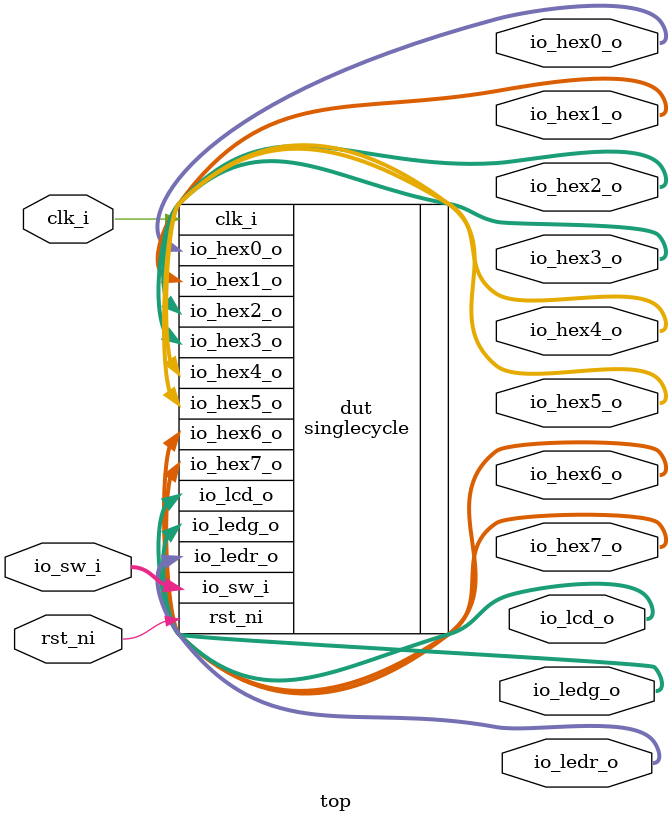
<source format=sv>
module top (
    input logic clk_i, 
    input logic rst_ni, 
    input logic [31:0]io_sw_i,    

    output logic [31:0] io_lcd_o,
    output logic [31:0] io_ledg_o,
    output logic [31:0] io_ledr_o,
    output logic [31:0] io_hex0_o,
    output logic [31:0] io_hex1_o,
    output logic [31:0] io_hex2_o,
    output logic [31:0] io_hex3_o,
    output logic [31:0] io_hex4_o,
    output logic [31:0] io_hex5_o,
    output logic [31:0] io_hex6_o,
    output logic [31:0] io_hex7_o
);

singlecycle dut(
    .clk_i  (clk_i),
    .rst_ni (rst_ni),
    .io_sw_i(io_sw_i),
    .io_lcd_o(io_lcd_o),
    .io_ledg_o(io_ledg_o),
    .io_ledr_o(io_ledr_o),
    .io_hex0_o(io_hex0_o),
    .io_hex1_o(io_hex1_o),
    .io_hex2_o(io_hex2_o),
    .io_hex3_o(io_hex3_o),
    .io_hex4_o(io_hex4_o),
    .io_hex5_o(io_hex5_o),
    .io_hex6_o(io_hex6_o),
    .io_hex7_o(io_hex7_o)
);

always_ff @(posedge clk_i, negedge rst_ni) begin
end

endmodule: top

</source>
